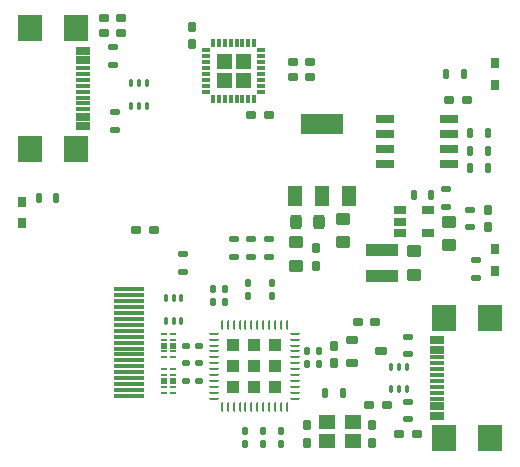
<source format=gtp>
%FSLAX46Y46*%
%MOMM*%
%AMPS36*
21,1,1.000000,1.000000,0.000000,0.000000,180.000000*
4,1,4,
-1.250000,0.500000,
-1.250000,-0.500000,
-2.250000,-0.500000,
-2.250000,0.500000,
-1.250000,0.500000,
0*
4,1,4,
2.250000,-1.250000,
2.250000,-2.250000,
1.250000,-2.250000,
1.250000,-1.250000,
2.250000,-1.250000,
0*
4,1,4,
-1.250000,2.250000,
-1.250000,1.250000,
-2.250000,1.250000,
-2.250000,2.250000,
-1.250000,2.250000,
0*
4,1,4,
2.250000,0.500000,
2.250000,-0.500000,
1.250000,-0.500000,
1.250000,0.500000,
2.250000,0.500000,
0*
4,1,4,
-1.250000,-1.250000,
-1.250000,-2.250000,
-2.250000,-2.250000,
-2.250000,-1.250000,
-1.250000,-1.250000,
0*
4,1,4,
2.250000,2.250000,
2.250000,1.250000,
1.250000,1.250000,
1.250000,2.250000,
2.250000,2.250000,
0*
4,1,4,
0.500000,2.250000,
0.500000,1.250000,
-0.500000,1.250000,
-0.500000,2.250000,
0.500000,2.250000,
0*
4,1,4,
0.500000,-1.250000,
0.500000,-2.250000,
-0.500000,-2.250000,
-0.500000,-1.250000,
0.500000,-1.250000,
0*
%
%ADD36PS36*%
%AMPS18*
21,1,0.250000,0.500000,0.000000,0.000000,90.000000*
%
%ADD18PS18*%
%AMPS21*
21,1,0.250000,0.500000,0.000000,0.000000,270.000000*
%
%ADD21PS21*%
%AMPS39*
21,1,0.600000,1.500000,0.000000,0.000000,90.000000*
%
%ADD39PS39*%
%AMPS38*
21,1,0.600000,1.500000,0.000000,0.000000,270.000000*
%
%ADD38PS38*%
%AMPS19*
21,1,0.450000,0.500000,0.000000,0.000000,90.000000*
%
%ADD19PS19*%
%AMPS20*
21,1,0.450000,0.500000,0.000000,0.000000,270.000000*
%
%ADD20PS20*%
%AMPS40*
21,1,1.250000,1.750000,0.000000,0.000000,0.000000*
%
%ADD40PS40*%
%AMPS44*
21,1,0.600000,1.150000,0.000000,0.000000,90.000000*
%
%ADD44PS44*%
%AMPS26*
21,1,0.600000,1.150000,0.000000,0.000000,270.000000*
%
%ADD26PS26*%
%AMPS48*
21,1,0.300000,0.600000,0.000000,0.000000,0.000000*
%
%ADD48PS48*%
%AMPS50*
21,1,0.300000,0.600000,0.000000,0.000000,90.000000*
%
%ADD50PS50*%
%AMPS49*
21,1,0.300000,0.600000,0.000000,0.000000,180.000000*
%
%ADD49PS49*%
%AMPS51*
21,1,0.300000,0.600000,0.000000,0.000000,270.000000*
%
%ADD51PS51*%
%AMPS41*
21,1,3.500000,1.750000,0.000000,0.000000,0.000000*
%
%ADD41PS41*%
%AMPS53*
21,1,0.300000,2.600000,0.000000,0.000000,270.000000*
%
%ADD53PS53*%
%AMPS12*
21,1,1.000000,2.700000,0.000000,0.000000,270.000000*
%
%ADD12PS12*%
%AMPS45*
21,1,2.180000,2.000000,0.000000,0.000000,90.000000*
%
%ADD45PS45*%
%AMPS27*
21,1,2.180000,2.000000,0.000000,0.000000,270.000000*
%
%ADD27PS27*%
%AMPS46*
21,1,0.300000,1.150000,0.000000,0.000000,90.000000*
%
%ADD46PS46*%
%AMPS28*
21,1,0.300000,1.150000,0.000000,0.000000,270.000000*
%
%ADD28PS28*%
%AMPS14*
21,1,0.700000,1.000000,0.000000,0.000000,270.000000*
%
%ADD14PS14*%
%AMPS47*
21,1,1.400000,1.200000,0.000000,0.000000,180.000000*
%
%ADD47PS47*%
%AMPS30*
21,1,0.800000,0.700000,0.000000,0.000000,90.000000*
%
%ADD30PS30*%
%AMPS43*
21,1,0.800000,0.700000,0.000000,0.000000,270.000000*
%
%ADD43PS43*%
%AMPS17*
1,1,0.360000,-0.220000,-0.195000*
1,1,0.360000,-0.220000,0.195000*
21,1,0.800000,0.390000,0.000000,0.000000,0.000000*
21,1,0.440000,0.750000,0.000000,0.000000,0.000000*
1,1,0.360000,0.220000,-0.195000*
1,1,0.360000,0.220000,0.195000*
%
%ADD17PS17*%
%AMPS11*
1,1,0.360000,0.195000,-0.220000*
1,1,0.360000,-0.195000,-0.220000*
21,1,0.800000,0.390000,0.000000,0.000000,90.000000*
21,1,0.440000,0.750000,0.000000,0.000000,90.000000*
1,1,0.360000,0.195000,0.220000*
1,1,0.360000,-0.195000,0.220000*
%
%ADD11PS11*%
%AMPS31*
1,1,0.360000,0.220000,0.195000*
1,1,0.360000,0.220000,-0.195000*
21,1,0.800000,0.390000,0.000000,0.000000,180.000000*
21,1,0.440000,0.750000,0.000000,0.000000,180.000000*
1,1,0.360000,-0.220000,0.195000*
1,1,0.360000,-0.220000,-0.195000*
%
%ADD31PS31*%
%AMPS25*
1,1,0.360000,-0.195000,0.220000*
1,1,0.360000,0.195000,0.220000*
21,1,0.800000,0.390000,0.000000,0.000000,270.000000*
21,1,0.440000,0.750000,0.000000,0.000000,270.000000*
1,1,0.360000,-0.195000,-0.220000*
1,1,0.360000,0.195000,-0.220000*
%
%ADD25PS25*%
%AMPS13*
1,1,0.500000,0.375000,-0.250000*
1,1,0.500000,-0.375000,-0.250000*
21,1,1.000000,0.750000,0.000000,0.000000,90.000000*
21,1,0.500000,1.250000,0.000000,0.000000,90.000000*
1,1,0.500000,0.375000,0.250000*
1,1,0.500000,-0.375000,0.250000*
%
%ADD13PS13*%
%AMPS54*
1,1,0.500000,0.250000,0.375000*
1,1,0.500000,0.250000,-0.375000*
21,1,1.000000,0.750000,0.000000,0.000000,180.000000*
21,1,0.500000,1.250000,0.000000,0.000000,180.000000*
1,1,0.500000,-0.250000,0.375000*
1,1,0.500000,-0.250000,-0.375000*
%
%ADD54PS54*%
%AMPS42*
1,1,0.500000,-0.375000,0.250000*
1,1,0.500000,0.375000,0.250000*
21,1,1.000000,0.750000,0.000000,0.000000,270.000000*
21,1,0.500000,1.250000,0.000000,0.000000,270.000000*
1,1,0.500000,-0.375000,-0.250000*
1,1,0.500000,0.375000,-0.250000*
%
%ADD42PS42*%
%AMPS35*
1,1,0.125000,0.062500,0.337500*
1,1,0.125000,0.062500,-0.337500*
21,1,0.250000,0.675000,0.000000,0.000000,180.000000*
21,1,0.125000,0.800000,0.000000,0.000000,180.000000*
1,1,0.125000,-0.062500,0.337500*
1,1,0.125000,-0.062500,-0.337500*
%
%ADD35PS35*%
%AMPS22*
1,1,0.240000,-0.130000,-0.330000*
1,1,0.240000,-0.130000,0.330000*
21,1,0.500000,0.660000,0.000000,0.000000,0.000000*
21,1,0.260000,0.900000,0.000000,0.000000,0.000000*
1,1,0.240000,0.130000,-0.330000*
1,1,0.240000,0.130000,0.330000*
%
%ADD22PS22*%
%AMPS32*
1,1,0.240000,0.330000,-0.130000*
1,1,0.240000,-0.330000,-0.130000*
21,1,0.500000,0.660000,0.000000,0.000000,90.000000*
21,1,0.260000,0.900000,0.000000,0.000000,90.000000*
1,1,0.240000,0.330000,0.130000*
1,1,0.240000,-0.330000,0.130000*
%
%ADD32PS32*%
%AMPS29*
1,1,0.240000,0.130000,0.330000*
1,1,0.240000,0.130000,-0.330000*
21,1,0.500000,0.660000,0.000000,0.000000,180.000000*
21,1,0.260000,0.900000,0.000000,0.000000,180.000000*
1,1,0.240000,-0.130000,0.330000*
1,1,0.240000,-0.130000,-0.330000*
%
%ADD29PS29*%
%AMPS16*
1,1,0.240000,-0.330000,0.130000*
1,1,0.240000,0.330000,0.130000*
21,1,0.500000,0.660000,0.000000,0.000000,270.000000*
21,1,0.260000,0.900000,0.000000,0.000000,270.000000*
1,1,0.240000,-0.330000,-0.130000*
1,1,0.240000,0.330000,-0.130000*
%
%ADD16PS16*%
%AMPS24*
1,1,0.200000,-0.110000,-0.200000*
1,1,0.200000,-0.110000,0.200000*
21,1,0.420000,0.400000,0.000000,0.000000,0.000000*
21,1,0.220000,0.600000,0.000000,0.000000,0.000000*
1,1,0.200000,0.110000,-0.200000*
1,1,0.200000,0.110000,0.200000*
%
%ADD24PS24*%
%AMPS23*
1,1,0.200000,0.110000,0.200000*
1,1,0.200000,0.110000,-0.200000*
21,1,0.420000,0.400000,0.000000,0.000000,180.000000*
21,1,0.220000,0.600000,0.000000,0.000000,180.000000*
1,1,0.200000,-0.110000,0.200000*
1,1,0.200000,-0.110000,-0.200000*
%
%ADD23PS23*%
%AMPS10*
1,1,0.240000,0.130000,-0.180000*
1,1,0.240000,-0.130000,-0.180000*
21,1,0.600000,0.260000,0.000000,0.000000,90.000000*
21,1,0.360000,0.500000,0.000000,0.000000,90.000000*
1,1,0.240000,0.130000,0.180000*
1,1,0.240000,-0.130000,0.180000*
%
%ADD10PS10*%
%AMPS33*
1,1,0.240000,0.180000,0.130000*
1,1,0.240000,0.180000,-0.130000*
21,1,0.600000,0.260000,0.000000,0.000000,180.000000*
21,1,0.360000,0.500000,0.000000,0.000000,180.000000*
1,1,0.240000,-0.180000,0.130000*
1,1,0.240000,-0.180000,-0.130000*
%
%ADD33PS33*%
%AMPS15*
1,1,0.240000,-0.130000,0.180000*
1,1,0.240000,0.130000,0.180000*
21,1,0.600000,0.260000,0.000000,0.000000,270.000000*
21,1,0.360000,0.500000,0.000000,0.000000,270.000000*
1,1,0.240000,-0.130000,-0.180000*
1,1,0.240000,0.130000,-0.180000*
%
%ADD15PS15*%
%AMPS37*
1,1,0.340000,0.330000,-0.180000*
1,1,0.340000,-0.330000,-0.180000*
21,1,0.700000,0.660000,0.000000,0.000000,90.000000*
21,1,0.360000,1.000000,0.000000,0.000000,90.000000*
1,1,0.340000,0.330000,0.180000*
1,1,0.340000,-0.330000,0.180000*
%
%ADD37PS37*%
%AMPS34*
1,1,0.125000,0.337500,0.062500*
1,1,0.125000,0.337500,-0.062500*
21,1,0.800000,0.125000,0.000000,0.000000,180.000000*
21,1,0.675000,0.250000,0.000000,0.000000,180.000000*
1,1,0.125000,-0.337500,0.062500*
1,1,0.125000,-0.337500,-0.062500*
%
%ADD34PS34*%
%AMPS52*
4,1,4,
-0.206250,1.443750,
-0.206250,0.206250,
-1.443750,0.206250,
-1.443750,1.443750,
-0.206250,1.443750,
0*
4,1,4,
-0.206250,-0.206250,
-0.206250,-1.443750,
-1.443750,-1.443750,
-1.443750,-0.206250,
-0.206250,-0.206250,
0*
4,1,4,
1.443750,-0.206250,
1.443750,-1.443750,
0.206250,-1.443750,
0.206250,-0.206250,
1.443750,-0.206250,
0*
4,1,4,
1.443750,1.443750,
1.443750,0.206250,
0.206250,0.206250,
0.206250,1.443750,
1.443750,1.443750,
0*
%
%ADD52PS52*%
G01*
%LPD*%
G01*
%LPD*%
G75*
D10*
X22000000Y16550000D03*
D10*
X22000000Y15450000D03*
D11*
X40250000Y22750000D03*
D11*
X40250000Y21250000D03*
D12*
X31300000Y19350000D03*
D12*
X31300000Y17150000D03*
D11*
X15250000Y38250000D03*
D11*
X15250000Y36750000D03*
D13*
X24000008Y18000056D03*
D13*
X24000008Y20000056D03*
D14*
X32800000Y21750000D03*
D14*
X35200000Y20800000D03*
D14*
X32800000Y22700000D03*
D14*
X35200000Y22700000D03*
D14*
X32800000Y20800000D03*
D15*
X21250000Y2950000D03*
D15*
X21250000Y4050000D03*
D16*
X14500000Y19000000D03*
D16*
X14500000Y17500000D03*
D10*
X17000000Y16050000D03*
D10*
X17000000Y14950000D03*
D17*
X25250000Y34000000D03*
D17*
X23750000Y34000000D03*
D18*
X13650000Y10249998D03*
D18*
X13650000Y12249998D03*
D19*
X13650000Y11249998D03*
D20*
X12850000Y11249998D03*
D21*
X12850000Y12249998D03*
D21*
X12850000Y10249998D03*
D18*
X13650000Y10749998D03*
D21*
X12850000Y10749998D03*
D18*
X13650000Y11749998D03*
D21*
X12850000Y11749998D03*
D10*
X18000000Y16050000D03*
D10*
X18000000Y14950000D03*
D22*
X36750000Y34250000D03*
D22*
X38250000Y34250000D03*
D23*
X10100000Y33450000D03*
D23*
X11400000Y33450000D03*
D23*
X10750000Y33450000D03*
D24*
X10100000Y31550000D03*
D24*
X11400000Y31550000D03*
D24*
X10750000Y31550000D03*
D25*
X25750000Y18000000D03*
D25*
X25750000Y19500000D03*
D26*
X6005000Y29800000D03*
D27*
X5430000Y38110000D03*
D28*
X6005000Y34250000D03*
D27*
X1500000Y27890000D03*
D28*
X6005000Y31750000D03*
D27*
X5430000Y27890000D03*
D28*
X6005000Y33250000D03*
D28*
X6005000Y34750000D03*
D28*
X6005000Y31250000D03*
D26*
X6005000Y35400000D03*
D27*
X1500000Y38110000D03*
D28*
X6005000Y32750000D03*
D26*
X6005000Y30600000D03*
D26*
X6005000Y36200000D03*
D28*
X6005000Y33750000D03*
D28*
X6005000Y32250000D03*
D16*
X33520000Y6500000D03*
D16*
X33520000Y5000000D03*
D29*
X35500000Y24000000D03*
D29*
X34000000Y24000000D03*
D30*
X850000Y23400000D03*
D30*
X850000Y21600000D03*
D31*
X32750000Y3750000D03*
D31*
X34250000Y3750000D03*
D32*
X8750000Y29500000D03*
D32*
X8750000Y31000000D03*
D10*
X26000000Y10800000D03*
D10*
X26000000Y9700000D03*
D10*
X20000000Y16550000D03*
D10*
X20000000Y15450000D03*
D17*
X9250000Y37750000D03*
D17*
X7750000Y37750000D03*
D32*
X8500000Y35000000D03*
D32*
X8500000Y36500000D03*
D33*
X14700000Y8250000D03*
D33*
X15800000Y8250000D03*
D29*
X40250000Y26250000D03*
D29*
X38750000Y26250000D03*
D16*
X18750000Y20250000D03*
D16*
X18750000Y18750000D03*
D34*
X23950000Y9750000D03*
D35*
X21750000Y6050000D03*
D35*
X21250000Y6050000D03*
D34*
X23950000Y12250000D03*
D34*
X23950000Y8750000D03*
D35*
X20750000Y12950000D03*
D35*
X18750000Y6050000D03*
D36*
X20500000Y9500000D03*
D34*
X17050000Y6750000D03*
D34*
X23950000Y6750000D03*
D35*
X21250000Y12950000D03*
D34*
X17050000Y12250000D03*
D34*
X23950000Y10250000D03*
D35*
X20250000Y12950000D03*
D34*
X17050000Y10750000D03*
D34*
X23950000Y9250000D03*
D34*
X23950000Y11750000D03*
D34*
X17050000Y9250000D03*
D34*
X17050000Y11750000D03*
D35*
X19250000Y12950000D03*
D35*
X21750000Y12950000D03*
D35*
X17750000Y6050000D03*
D34*
X23950000Y11250000D03*
D35*
X23250000Y6050000D03*
D34*
X23950000Y8250000D03*
D34*
X17050000Y9750000D03*
D35*
X20750000Y6050000D03*
D35*
X20250000Y6050000D03*
D35*
X18250000Y6050000D03*
D34*
X17050000Y8250000D03*
D35*
X18250000Y12950000D03*
D35*
X22750000Y6050000D03*
D34*
X17050000Y7750000D03*
D34*
X23950000Y7750000D03*
D34*
X17050000Y8750000D03*
D34*
X23950000Y10750000D03*
D34*
X17050000Y11250000D03*
D35*
X17750000Y12950000D03*
D34*
X17050000Y7250000D03*
D35*
X18750000Y12950000D03*
D35*
X23250000Y12950000D03*
D35*
X22250000Y12950000D03*
D35*
X22250000Y6050000D03*
D35*
X22750000Y12950000D03*
D34*
X17050000Y10250000D03*
D34*
X23950000Y7250000D03*
D35*
X19250000Y6050000D03*
D35*
X19750000Y12950000D03*
D35*
X19750000Y6050000D03*
D24*
X33400000Y7550000D03*
D24*
X32100000Y7550000D03*
D24*
X32750000Y7550000D03*
D23*
X33400000Y9450000D03*
D23*
X32100000Y9450000D03*
D23*
X32750000Y9450000D03*
D37*
X31200000Y10750000D03*
D37*
X28800000Y11700000D03*
D37*
X28800000Y9800000D03*
D16*
X33500000Y12000000D03*
D16*
X33500000Y10500000D03*
D31*
X29250000Y13250000D03*
D31*
X30750000Y13250000D03*
D18*
X13650000Y7249998D03*
D18*
X13650000Y9249998D03*
D19*
X13650000Y8249998D03*
D20*
X12850000Y8249998D03*
D21*
X12850000Y9249998D03*
D21*
X12850000Y7249998D03*
D18*
X13650000Y7749998D03*
D21*
X12850000Y7749998D03*
D18*
X13650000Y8749998D03*
D21*
X12850000Y8749998D03*
D31*
X7750000Y39000000D03*
D31*
X9250000Y39000000D03*
D33*
X14700000Y11250000D03*
D33*
X15800000Y11250000D03*
D38*
X31550000Y29135000D03*
D38*
X31550000Y26595000D03*
D39*
X36950000Y29135000D03*
D39*
X31550000Y30405000D03*
D38*
X31550000Y27865000D03*
D39*
X36950000Y26595000D03*
D39*
X36950000Y27865000D03*
D39*
X36950000Y30405000D03*
D23*
X13025000Y15250000D03*
D23*
X14325000Y15250000D03*
D23*
X13675000Y15250000D03*
D24*
X13025000Y13350000D03*
D24*
X14325000Y13350000D03*
D24*
X13675000Y13350000D03*
D10*
X25000000Y10800000D03*
D10*
X25000000Y9700000D03*
D33*
X14700000Y9750000D03*
D33*
X15800000Y9750000D03*
D13*
X37000008Y19750056D03*
D13*
X37000008Y21750056D03*
D40*
X28550000Y23950000D03*
D40*
X26250000Y23950000D03*
D40*
X23950000Y23950000D03*
D41*
X26250000Y30050000D03*
D16*
X39250000Y18500000D03*
D16*
X39250000Y17000000D03*
D11*
X27250000Y11250000D03*
D11*
X27250000Y9750000D03*
D31*
X20250000Y30750000D03*
D31*
X21750000Y30750000D03*
D29*
X40250000Y29250000D03*
D29*
X38750000Y29250000D03*
D17*
X38500000Y32000000D03*
D17*
X37000000Y32000000D03*
D29*
X40250000Y27750000D03*
D29*
X38750000Y27750000D03*
D15*
X19750000Y2950000D03*
D15*
X19750000Y4050000D03*
D42*
X27999992Y21999944D03*
D42*
X27999992Y19999944D03*
D13*
X34000008Y17250056D03*
D13*
X34000008Y19250056D03*
D16*
X21750000Y20250000D03*
D16*
X21750000Y18750000D03*
D43*
X40900000Y17600000D03*
D43*
X40900000Y19400000D03*
D44*
X35995000Y11700000D03*
D45*
X36570000Y3390000D03*
D46*
X35995000Y7250000D03*
D45*
X40500000Y13610000D03*
D46*
X35995000Y9750000D03*
D45*
X36570000Y13610000D03*
D46*
X35995000Y8250000D03*
D46*
X35995000Y6750000D03*
D46*
X35995000Y10250000D03*
D44*
X35995000Y6100000D03*
D45*
X40500000Y3390000D03*
D46*
X35995000Y8750000D03*
D44*
X35995000Y10900000D03*
D44*
X35995000Y5300000D03*
D46*
X35995000Y7750000D03*
D46*
X35995000Y9250000D03*
D32*
X36750000Y23000000D03*
D32*
X36750000Y24500000D03*
D47*
X26650000Y3200000D03*
D47*
X28850000Y3200000D03*
D47*
X28850000Y4800000D03*
D47*
X26650000Y4800000D03*
D48*
X18000000Y32150000D03*
D49*
X18000000Y36850000D03*
D50*
X21100000Y34250000D03*
D48*
X20500000Y32150000D03*
D51*
X16400000Y35250000D03*
D48*
X17000000Y32150000D03*
D49*
X19500000Y36850000D03*
D50*
X21100000Y34750000D03*
D51*
X16400000Y33250000D03*
D48*
X18500000Y32150000D03*
D50*
X21100000Y35250000D03*
D48*
X20000000Y32150000D03*
D49*
X18500000Y36850000D03*
D50*
X21100000Y36250000D03*
D49*
X20000000Y36850000D03*
D51*
X16400000Y35750000D03*
D49*
X19000000Y36850000D03*
D52*
X18750000Y34500000D03*
D51*
X16400000Y32750000D03*
D50*
X21100000Y33250000D03*
D51*
X16400000Y36250000D03*
D51*
X16400000Y33750000D03*
D51*
X16400000Y34250000D03*
D50*
X21100000Y33750000D03*
D51*
X16400000Y34750000D03*
D49*
X20500000Y36850000D03*
D49*
X17000000Y36850000D03*
D48*
X19000000Y32150000D03*
D49*
X17500000Y36850000D03*
D48*
X19500000Y32150000D03*
D48*
X17500000Y32150000D03*
D50*
X21100000Y32750000D03*
D50*
X21100000Y35750000D03*
D31*
X30250000Y6250000D03*
D31*
X31750000Y6250000D03*
D29*
X3750000Y23750000D03*
D29*
X2250000Y23750000D03*
D22*
X26500000Y7250000D03*
D22*
X28000000Y7250000D03*
D31*
X23750000Y35250000D03*
D31*
X25250000Y35250000D03*
D16*
X20250000Y20250000D03*
D16*
X20250000Y18750000D03*
D25*
X30500000Y3000000D03*
D25*
X30500000Y4500000D03*
D31*
X10500000Y21000000D03*
D31*
X12000000Y21000000D03*
D53*
X9870000Y10000000D03*
D53*
X9870000Y15500000D03*
D53*
X9870000Y7000000D03*
D53*
X9870000Y7500000D03*
D53*
X9870000Y8000000D03*
D53*
X9870000Y13000000D03*
D53*
X9870000Y12500000D03*
D53*
X9870000Y14500000D03*
D53*
X9870000Y11000000D03*
D53*
X9870000Y9500000D03*
D53*
X9870000Y8500000D03*
D53*
X9870000Y12000000D03*
D53*
X9870000Y13500000D03*
D53*
X9870000Y16000000D03*
D53*
X9870000Y10500000D03*
D53*
X9870000Y11500000D03*
D53*
X9870000Y9000000D03*
D53*
X9870000Y15000000D03*
D53*
X9870000Y14000000D03*
D32*
X38750000Y21250000D03*
D32*
X38750000Y22750000D03*
D54*
X25999944Y21750008D03*
D54*
X23999944Y21750008D03*
D43*
X40900000Y33350000D03*
D43*
X40900000Y35150000D03*
D15*
X22750000Y2950000D03*
D15*
X22750000Y4050000D03*
D11*
X25000000Y4500000D03*
D11*
X25000000Y3000000D03*
M02*

</source>
